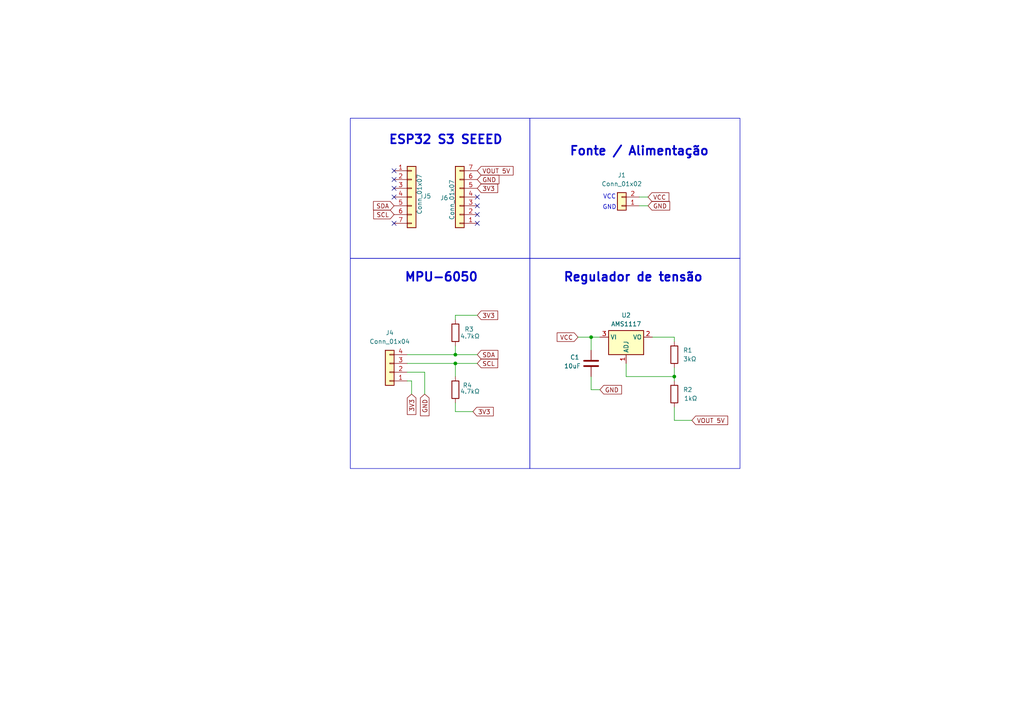
<source format=kicad_sch>
(kicad_sch (version 20250114) (generator "eeschema") (generator_version "9.0")
  (paper "A4")
  (lib_symbols
    (symbol "Connector_Generic:Conn_01x02" (pin_names (offset 1.016) (hide yes))
      (property "Reference" "J" (at 0 2.54 0))
      (property "Value" "Conn_01x02" (at 0 -5.08 0))
      (symbol "Conn_01x02_1_1"
        (rectangle (start -1.27 1.27) (end 1.27 -3.81) (stroke (width 0.254)) (fill (type background)))
        (rectangle (start -1.27 0.127) (end 0 -0.127) (stroke (width 0.1524)))
        (rectangle (start -1.27 -2.413) (end 0 -2.667) (stroke (width 0.1524)))
        (pin passive line (at -5.08 0 0) (length 3.81) (name "Pin_1") (number "1"))
        (pin passive line (at -5.08 -2.54 0) (length 3.81) (name "Pin_2") (number "2"))
      )
    )
    (symbol "Connector_Generic:Conn_01x04" (pin_names (offset 1.016) (hide yes))
      (property "Reference" "J" (at 0 5.08 0))
      (property "Value" "Conn_01x04" (at 0 -7.62 0))
      (symbol "Conn_01x04_1_1"
        (rectangle (start -1.27 3.81) (end 1.27 -6.35) (stroke (width 0.254)) (fill (type background)))
        (rectangle (start -1.27 2.667) (end 0 2.413) (stroke (width 0.1524)))
        (rectangle (start -1.27 0.127) (end 0 -0.127) (stroke (width 0.1524)))
        (rectangle (start -1.27 -2.413) (end 0 -2.667) (stroke (width 0.1524)))
        (rectangle (start -1.27 -4.953) (end 0 -5.207) (stroke (width 0.1524)))
        (pin passive line (at -5.08 2.54 0) (length 3.81) (name "Pin_1") (number "1"))
        (pin passive line (at -5.08 0 0) (length 3.81) (name "Pin_2") (number "2"))
        (pin passive line (at -5.08 -2.54 0) (length 3.81) (name "Pin_3") (number "3"))
        (pin passive line (at -5.08 -5.08 0) (length 3.81) (name "Pin_4") (number "4"))
      )
    )
    (symbol "Connector_Generic:Conn_01x07" (pin_names (offset 1.016) (hide yes))
      (property "Reference" "J" (at 0 10.16 0))
      (property "Value" "Conn_01x07" (at 0 -10.16 0))
      (symbol "Conn_01x07_1_1"
        (rectangle (start -1.27 8.89) (end 1.27 -8.89) (stroke (width 0.254)) (fill (type background)))
        (rectangle (start -1.27 7.747) (end 0 7.493) (stroke (width 0.1524)))
        (rectangle (start -1.27 5.207) (end 0 4.953) (stroke (width 0.1524)))
        (rectangle (start -1.27 2.667) (end 0 2.413) (stroke (width 0.1524)))
        (rectangle (start -1.27 0.127) (end 0 -0.127) (stroke (width 0.1524)))
        (rectangle (start -1.27 -2.413) (end 0 -2.667) (stroke (width 0.1524)))
        (rectangle (start -1.27 -4.953) (end 0 -5.207) (stroke (width 0.1524)))
        (rectangle (start -1.27 -7.493) (end 0 -7.747) (stroke (width 0.1524)))
        (pin passive line (at -5.08 7.62 0) (length 3.81) (name "Pin_1") (number "1"))
        (pin passive line (at -5.08 5.08 0) (length 3.81) (name "Pin_2") (number "2"))
        (pin passive line (at -5.08 2.54 0) (length 3.81) (name "Pin_3") (number "3"))
        (pin passive line (at -5.08 0 0) (length 3.81) (name "Pin_4") (number "4"))
        (pin passive line (at -5.08 -2.54 0) (length 3.81) (name "Pin_5") (number "5"))
        (pin passive line (at -5.08 -5.08 0) (length 3.81) (name "Pin_6") (number "6"))
        (pin passive line (at -5.08 -7.62 0) (length 3.81) (name "Pin_7") (number "7"))
      )
    )
    (symbol "Device:C" (pin_numbers (hide yes)) (pin_names (offset 0.254))
      (property "Reference" "C" (at 0.635 2.54 0))
      (property "Value" "C" (at 0.635 -2.54 0))
      (symbol "C_0_1"
        (polyline (pts (xy -2.032 0.762) (xy 2.032 0.762)) (stroke (width 0.508)))
        (polyline (pts (xy -2.032 -0.762) (xy 2.032 -0.762)) (stroke (width 0.508)))
      )
      (symbol "C_1_1"
        (pin passive line (at 0 3.81 270) (length 2.794) (name "~") (number "1"))
        (pin passive line (at 0 -3.81 90) (length 2.794) (name "~") (number "2"))
      )
    )
    (symbol "Device:R" (pin_numbers (hide yes)) (pin_names (offset 0))
      (property "Reference" "R" (at 2.032 0 90))
      (property "Value" "R" (at 0 0 90))
      (symbol "R_0_1"
        (rectangle (start -1.016 -2.54) (end 1.016 2.54) (stroke (width 0.254)))
      )
      (symbol "R_1_1"
        (pin passive line (at 0 3.81 270) (length 1.27) (name "~") (number "1"))
        (pin passive line (at 0 -3.81 90) (length 1.27) (name "~") (number "2"))
      )
    )
    (symbol "Regulator_Linear:AMS1117"
      (property "Reference" "U" (at -3.81 3.175 0))
      (property "Value" "AMS1117" (at 0 3.175 0))
      (symbol "AMS1117_0_1"
        (rectangle (start -5.08 -5.08) (end 5.08 1.905) (stroke (width 0.254)) (fill (type background)))
      )
      (symbol "AMS1117_1_1"
        (pin power_in line (at -7.62 0 0) (length 2.54) (name "VI") (number "3"))
        (pin input line (at 0 -7.62 90) (length 2.54) (name "ADJ") (number "1"))
        (pin power_out line (at 7.62 0 180) (length 2.54) (name "VO") (number "2"))
      )
    )
  )
  (rectangle (start 153.67 74.93) (end 214.63 135.89))
  (rectangle (start 101.6 34.29) (end 153.67 74.93))
  (rectangle (start 153.67 34.29) (end 214.63 74.93))
  (rectangle (start 101.6 74.93) (end 153.67 135.89))
  (text "Regulador de tensão" (at 183.642 80.518 0) (effects (font (size 2.54 2.54) (thickness 0.508) (bold yes))))
  (text "Fonte / Alimentação" (at 185.42 43.942 0) (effects (font (size 2.54 2.54) (thickness 0.508) (bold yes))))
  (text "VCC" (at 176.784 57.15 0) (effects (font (size 1.27 1.27))))
  (text "MPU-6050" (at 128.016 80.518 0) (effects (font (size 2.54 2.54) (thickness 0.508) (bold yes))))
  (text "GND" (at 176.784 60.198 0) (effects (font (size 1.27 1.27))))
  (text "ESP32 S3 SEEED" (at 129.286 40.64 0) (effects (font (size 2.54 2.54) (thickness 0.508) (bold yes))))
  (junction (at 132.08 105.41))
  (junction (at 195.58 109.22))
  (junction (at 132.08 102.87))
  (junction (at 171.45 97.79))
  (no_connect (at 138.43 64.77))
  (no_connect (at 138.43 59.69))
  (no_connect (at 114.3 49.53))
  (no_connect (at 114.3 52.07))
  (no_connect (at 138.43 57.15))
  (no_connect (at 114.3 54.61))
  (no_connect (at 114.3 64.77))
  (no_connect (at 114.3 57.15))
  (no_connect (at 138.43 62.23))
  (wire (pts (xy 189.23 97.79) (xy 195.58 97.79)))
  (wire (pts (xy 195.58 106.68) (xy 195.58 109.22)))
  (wire (pts (xy 195.58 121.92) (xy 200.66 121.92)))
  (wire (pts (xy 167.64 97.79) (xy 171.45 97.79)))
  (wire (pts (xy 132.08 91.44) (xy 132.08 92.71)))
  (wire (pts (xy 119.38 110.49) (xy 119.38 114.3)))
  (wire (pts (xy 123.19 114.3) (xy 123.19 107.95)))
  (wire (pts (xy 171.45 113.03) (xy 173.99 113.03)))
  (wire (pts (xy 171.45 109.22) (xy 171.45 113.03)))
  (wire (pts (xy 185.42 57.15) (xy 187.96 57.15)))
  (wire (pts (xy 137.16 119.38) (xy 132.08 119.38)))
  (wire (pts (xy 132.08 119.38) (xy 132.08 116.84)))
  (wire (pts (xy 181.61 109.22) (xy 195.58 109.22)))
  (wire (pts (xy 138.43 105.41) (xy 132.08 105.41)))
  (wire (pts (xy 195.58 109.22) (xy 195.58 110.49)))
  (wire (pts (xy 195.58 97.79) (xy 195.58 99.06)))
  (wire (pts (xy 181.61 105.41) (xy 181.61 109.22)))
  (wire (pts (xy 171.45 97.79) (xy 171.45 101.6)))
  (wire (pts (xy 118.11 110.49) (xy 119.38 110.49)))
  (wire (pts (xy 195.58 121.92) (xy 195.58 118.11)))
  (wire (pts (xy 132.08 102.87) (xy 118.11 102.87)))
  (wire (pts (xy 171.45 97.79) (xy 173.99 97.79)))
  (wire (pts (xy 185.42 59.69) (xy 187.96 59.69)))
  (wire (pts (xy 138.43 91.44) (xy 132.08 91.44)))
  (wire (pts (xy 132.08 105.41) (xy 118.11 105.41)))
  (wire (pts (xy 123.19 107.95) (xy 118.11 107.95)))
  (wire (pts (xy 138.43 102.87) (xy 132.08 102.87)))
  (wire (pts (xy 132.08 100.33) (xy 132.08 102.87)))
  (wire (pts (xy 132.08 105.41) (xy 132.08 109.22)))
  (global_label "3V3" (shape input) (at 119.38 114.3 270) (property "Intersheetrefs" "${INTERSHEET_REFS}" (effects (hide yes))))
  (global_label "VCC" (shape input) (at 167.64 97.79 180) (property "Intersheetrefs" "${INTERSHEET_REFS}" (effects (hide yes))))
  (global_label "GND" (shape input) (at 123.19 114.3 270) (property "Intersheetrefs" "${INTERSHEET_REFS}" (effects (hide yes))))
  (global_label "VCC" (shape input) (at 187.96 57.15 0) (property "Intersheetrefs" "${INTERSHEET_REFS}" (effects (hide yes))))
  (global_label "SCL" (shape input) (at 114.3 62.23 180) (property "Intersheetrefs" "${INTERSHEET_REFS}" (effects (hide yes))))
  (global_label "GND" (shape input) (at 187.96 59.69 0) (property "Intersheetrefs" "${INTERSHEET_REFS}" (effects (hide yes))))
  (global_label "GND" (shape input) (at 173.99 113.03 0) (property "Intersheetrefs" "${INTERSHEET_REFS}" (effects (hide yes))))
  (global_label "SCL" (shape input) (at 138.43 105.41 0) (property "Intersheetrefs" "${INTERSHEET_REFS}" (effects (hide yes))))
  (global_label "3V3" (shape input) (at 137.16 119.38 0) (property "Intersheetrefs" "${INTERSHEET_REFS}" (effects (hide yes))))
  (global_label "SDA" (shape input) (at 114.3 59.69 180) (property "Intersheetrefs" "${INTERSHEET_REFS}" (effects (hide yes))))
  (global_label "3V3" (shape input) (at 138.43 54.61 0) (property "Intersheetrefs" "${INTERSHEET_REFS}" (effects (hide yes))))
  (global_label "GND" (shape input) (at 138.43 52.07 0) (property "Intersheetrefs" "${INTERSHEET_REFS}" (effects (hide yes))))
  (global_label "SDA" (shape input) (at 138.43 102.87 0) (property "Intersheetrefs" "${INTERSHEET_REFS}" (effects (hide yes))))
  (global_label "VOUT 5V" (shape input) (at 138.43 49.53 0) (property "Intersheetrefs" "${INTERSHEET_REFS}" (effects (hide yes))))
  (global_label "3V3" (shape input) (at 138.43 91.44 0) (property "Intersheetrefs" "${INTERSHEET_REFS}" (effects (hide yes))))
  (global_label "VOUT 5V" (shape input) (at 200.66 121.92 0) (property "Intersheetrefs" "${INTERSHEET_REFS}" (effects (hide yes))))
  (symbol (lib_id "Device:C") (at 171.45 105.41 0) (unit 1)
    (property "Reference" "C1" (at 165.354 103.632 0) (effects (justify left)))
    (property "Value" "10uF" (at 163.576 106.172 0) (effects (justify left)))
    (property "Footprint" "Capacitor_THT:CP_Radial_D4.0mm_P1.50mm" (effects (hide yes)))
    (property "Description" "Unpolarized capacitor" (effects (hide yes)))
  )
  (symbol (lib_id "Connector_Generic:Conn_01x07") (at 133.35 57.15 180) (unit 1)
    (property "Reference" "J6" (at 130.048 57.404 0) (effects (justify left)))
    (property "Value" "Conn_01x07" (at 131.064 52.07 90) (effects (justify left)))
    (property "Footprint" "Connector_PinSocket_2.54mm:PinSocket_1x07_P2.54mm_Vertical" (effects (hide yes)))
    (property "Description" "Generic connector, single row, 01x07, script generated (kicad-library-utils/schlib/autogen/connector/)" (effects (hide yes)))
  )
  (symbol (lib_id "Device:R") (at 195.58 102.87 180) (unit 1)
    (property "Reference" "R1" (at 198.12 101.5999 0) (effects (justify right)))
    (property "Value" "3kΩ" (at 198.12 104.1399 0) (effects (justify right)))
    (property "Footprint" "Resistor_THT:R_Axial_DIN0204_L3.6mm_D1.6mm_P5.08mm_Horizontal" (effects (hide yes)))
    (property "Description" "Resistor" (effects (hide yes)))
  )
  (symbol (lib_id "Connector_Generic:Conn_01x04") (at 113.03 107.95 180) (unit 1)
    (property "Reference" "J4" (at 113.03 96.52 0))
    (property "Value" "Conn_01x04" (at 113.03 99.06 0))
    (property "Footprint" "Connector_PinSocket_2.54mm:PinSocket_1x04_P2.54mm_Vertical" (effects (hide yes)))
    (property "Description" "Generic connector, single row, 01x04, script generated (kicad-library-utils/schlib/autogen/connector/)" (effects (hide yes)))
  )
  (symbol (lib_id "Device:R") (at 195.58 114.3 0) (unit 1)
    (property "Reference" "R2" (at 198.12 113.0299 0) (effects (justify left)))
    (property "Value" "1kΩ" (at 198.374 115.57 0) (effects (justify left)))
    (property "Footprint" "Resistor_THT:R_Axial_DIN0204_L3.6mm_D1.6mm_P5.08mm_Horizontal" (effects (hide yes)))
    (property "Description" "Resistor" (effects (hide yes)))
  )
  (symbol (lib_id "Connector_Generic:Conn_01x07") (at 119.38 57.15 0) (unit 1)
    (property "Reference" "J5" (at 122.682 56.896 0) (effects (justify left)))
    (property "Value" "Conn_01x07" (at 121.666 62.23 90) (effects (justify left)))
    (property "Footprint" "Connector_PinSocket_2.54mm:PinSocket_1x07_P2.54mm_Vertical" (effects (hide yes)))
    (property "Description" "Generic connector, single row, 01x07, script generated (kicad-library-utils/schlib/autogen/connector/)" (effects (hide yes)))
  )
  (symbol (lib_id "Device:R") (at 132.08 96.52 180) (unit 1)
    (property "Reference" "R3" (at 137.414 95.504 0) (effects (justify left)))
    (property "Value" "4.7kΩ" (at 139.192 97.536 0) (effects (justify left)))
    (property "Footprint" "Resistor_THT:R_Axial_DIN0204_L3.6mm_D1.6mm_P5.08mm_Horizontal" (effects (hide yes)))
    (property "Description" "Resistor" (effects (hide yes)))
  )
  (symbol (lib_id "Connector_Generic:Conn_01x02") (at 180.34 59.69 180) (unit 1)
    (property "Reference" "J1" (at 180.34 50.8 0))
    (property "Value" "Conn_01x02" (at 180.34 53.34 0))
    (property "Footprint" "Connector_PinSocket_2.54mm:PinSocket_1x02_P2.54mm_Vertical" (effects (hide yes)))
    (property "Description" "Generic connector, single row, 01x02, script generated (kicad-library-utils/schlib/autogen/connector/)" (effects (hide yes)))
  )
  (symbol (lib_id "Device:R") (at 132.08 113.03 180) (unit 1)
    (property "Reference" "R4" (at 136.906 111.76 0) (effects (justify left)))
    (property "Value" "4.7kΩ" (at 139.192 113.538 0) (effects (justify left)))
    (property "Footprint" "Resistor_THT:R_Axial_DIN0204_L3.6mm_D1.6mm_P5.08mm_Horizontal" (effects (hide yes)))
    (property "Description" "Resistor" (effects (hide yes)))
  )
  (symbol (lib_id "Regulator_Linear:AMS1117") (at 181.61 97.79 0) (unit 1)
    (property "Reference" "U2" (at 181.61 91.44 0))
    (property "Value" "AMS1117" (at 181.61 93.98 0))
    (property "Footprint" "Package_TO_SOT_SMD:SOT-223-3_TabPin2" (effects (hide yes)))
    (property "Datasheet" "http://www.advanced-monolithic.com/pdf/ds1117.pdf" (effects (hide yes)))
    (property "Description" "1A Low Dropout regulator, positive, adjustable output, SOT-223" (effects (hide yes)))
  )
)
</source>
